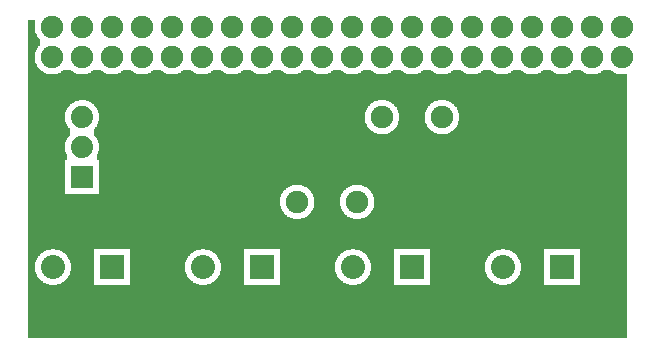
<source format=gtl>
G04 MADE WITH FRITZING*
G04 WWW.FRITZING.ORG*
G04 DOUBLE SIDED*
G04 HOLES PLATED*
G04 CONTOUR ON CENTER OF CONTOUR VECTOR*
%ASAXBY*%
%FSLAX23Y23*%
%MOIN*%
%OFA0B0*%
%SFA1.0B1.0*%
%ADD10C,0.075000*%
%ADD11C,0.075361*%
%ADD12C,0.080000*%
%ADD13C,0.074000*%
%ADD14R,0.080000X0.080000*%
%ADD15R,0.001000X0.001000*%
%LNCOPPER1*%
G90*
G70*
G54D10*
X1525Y851D03*
G54D11*
X121Y979D03*
X221Y979D03*
X321Y979D03*
X421Y979D03*
X521Y979D03*
X621Y979D03*
X721Y979D03*
X821Y979D03*
X921Y979D03*
X1021Y979D03*
X1121Y979D03*
X1221Y979D03*
X1321Y979D03*
X1421Y979D03*
X1521Y979D03*
X1621Y979D03*
X1721Y979D03*
X1821Y979D03*
X1921Y979D03*
X2021Y979D03*
X2021Y1079D03*
X1921Y1079D03*
X1821Y1079D03*
X1721Y1079D03*
X1621Y1079D03*
X1521Y1079D03*
X1421Y1079D03*
X1321Y1079D03*
X1221Y1079D03*
X1121Y1079D03*
X1021Y1079D03*
X921Y1079D03*
X821Y1079D03*
X721Y1079D03*
X621Y1079D03*
X521Y1079D03*
X421Y1079D03*
X321Y1079D03*
X221Y1079D03*
X121Y1079D03*
G54D12*
X1821Y279D03*
X1624Y279D03*
X1321Y279D03*
X1124Y279D03*
X821Y279D03*
X624Y279D03*
X321Y279D03*
X124Y279D03*
G54D10*
X1221Y779D03*
X938Y496D03*
X1421Y779D03*
X1138Y496D03*
G54D13*
X221Y579D03*
X221Y679D03*
X221Y779D03*
X221Y579D03*
X221Y679D03*
X221Y779D03*
G54D14*
X1821Y279D03*
X1321Y279D03*
X821Y279D03*
X321Y279D03*
G36*
X40Y1101D02*
X40Y921D01*
X110Y921D01*
X110Y923D01*
X102Y923D01*
X102Y925D01*
X98Y925D01*
X98Y927D01*
X94Y927D01*
X94Y929D01*
X90Y929D01*
X90Y931D01*
X88Y931D01*
X88Y933D01*
X86Y933D01*
X86Y935D01*
X82Y935D01*
X82Y937D01*
X80Y937D01*
X80Y939D01*
X78Y939D01*
X78Y943D01*
X76Y943D01*
X76Y945D01*
X74Y945D01*
X74Y947D01*
X72Y947D01*
X72Y951D01*
X70Y951D01*
X70Y955D01*
X68Y955D01*
X68Y959D01*
X66Y959D01*
X66Y967D01*
X64Y967D01*
X64Y991D01*
X66Y991D01*
X66Y997D01*
X68Y997D01*
X68Y1003D01*
X70Y1003D01*
X70Y1007D01*
X72Y1007D01*
X72Y1009D01*
X74Y1009D01*
X74Y1013D01*
X76Y1013D01*
X76Y1015D01*
X78Y1015D01*
X78Y1017D01*
X80Y1017D01*
X80Y1039D01*
X78Y1039D01*
X78Y1043D01*
X76Y1043D01*
X76Y1045D01*
X74Y1045D01*
X74Y1047D01*
X72Y1047D01*
X72Y1051D01*
X70Y1051D01*
X70Y1055D01*
X68Y1055D01*
X68Y1059D01*
X66Y1059D01*
X66Y1067D01*
X64Y1067D01*
X64Y1101D01*
X40Y1101D01*
G37*
D02*
G36*
X160Y937D02*
X160Y935D01*
X158Y935D01*
X158Y933D01*
X156Y933D01*
X156Y931D01*
X152Y931D01*
X152Y929D01*
X150Y929D01*
X150Y927D01*
X146Y927D01*
X146Y925D01*
X140Y925D01*
X140Y923D01*
X132Y923D01*
X132Y921D01*
X210Y921D01*
X210Y923D01*
X202Y923D01*
X202Y925D01*
X198Y925D01*
X198Y927D01*
X194Y927D01*
X194Y929D01*
X190Y929D01*
X190Y931D01*
X188Y931D01*
X188Y933D01*
X186Y933D01*
X186Y935D01*
X182Y935D01*
X182Y937D01*
X160Y937D01*
G37*
D02*
G36*
X260Y937D02*
X260Y935D01*
X258Y935D01*
X258Y933D01*
X256Y933D01*
X256Y931D01*
X252Y931D01*
X252Y929D01*
X250Y929D01*
X250Y927D01*
X246Y927D01*
X246Y925D01*
X240Y925D01*
X240Y923D01*
X232Y923D01*
X232Y921D01*
X310Y921D01*
X310Y923D01*
X302Y923D01*
X302Y925D01*
X298Y925D01*
X298Y927D01*
X294Y927D01*
X294Y929D01*
X290Y929D01*
X290Y931D01*
X288Y931D01*
X288Y933D01*
X286Y933D01*
X286Y935D01*
X282Y935D01*
X282Y937D01*
X260Y937D01*
G37*
D02*
G36*
X360Y937D02*
X360Y935D01*
X358Y935D01*
X358Y933D01*
X356Y933D01*
X356Y931D01*
X352Y931D01*
X352Y929D01*
X350Y929D01*
X350Y927D01*
X346Y927D01*
X346Y925D01*
X340Y925D01*
X340Y923D01*
X332Y923D01*
X332Y921D01*
X410Y921D01*
X410Y923D01*
X402Y923D01*
X402Y925D01*
X398Y925D01*
X398Y927D01*
X394Y927D01*
X394Y929D01*
X390Y929D01*
X390Y931D01*
X388Y931D01*
X388Y933D01*
X386Y933D01*
X386Y935D01*
X382Y935D01*
X382Y937D01*
X360Y937D01*
G37*
D02*
G36*
X460Y937D02*
X460Y935D01*
X458Y935D01*
X458Y933D01*
X456Y933D01*
X456Y931D01*
X452Y931D01*
X452Y929D01*
X450Y929D01*
X450Y927D01*
X446Y927D01*
X446Y925D01*
X440Y925D01*
X440Y923D01*
X432Y923D01*
X432Y921D01*
X510Y921D01*
X510Y923D01*
X502Y923D01*
X502Y925D01*
X498Y925D01*
X498Y927D01*
X494Y927D01*
X494Y929D01*
X490Y929D01*
X490Y931D01*
X488Y931D01*
X488Y933D01*
X486Y933D01*
X486Y935D01*
X482Y935D01*
X482Y937D01*
X460Y937D01*
G37*
D02*
G36*
X560Y937D02*
X560Y935D01*
X558Y935D01*
X558Y933D01*
X556Y933D01*
X556Y931D01*
X552Y931D01*
X552Y929D01*
X550Y929D01*
X550Y927D01*
X546Y927D01*
X546Y925D01*
X540Y925D01*
X540Y923D01*
X532Y923D01*
X532Y921D01*
X610Y921D01*
X610Y923D01*
X602Y923D01*
X602Y925D01*
X598Y925D01*
X598Y927D01*
X594Y927D01*
X594Y929D01*
X590Y929D01*
X590Y931D01*
X588Y931D01*
X588Y933D01*
X586Y933D01*
X586Y935D01*
X582Y935D01*
X582Y937D01*
X560Y937D01*
G37*
D02*
G36*
X660Y937D02*
X660Y935D01*
X658Y935D01*
X658Y933D01*
X656Y933D01*
X656Y931D01*
X652Y931D01*
X652Y929D01*
X650Y929D01*
X650Y927D01*
X646Y927D01*
X646Y925D01*
X640Y925D01*
X640Y923D01*
X632Y923D01*
X632Y921D01*
X710Y921D01*
X710Y923D01*
X702Y923D01*
X702Y925D01*
X698Y925D01*
X698Y927D01*
X694Y927D01*
X694Y929D01*
X690Y929D01*
X690Y931D01*
X688Y931D01*
X688Y933D01*
X686Y933D01*
X686Y935D01*
X682Y935D01*
X682Y937D01*
X660Y937D01*
G37*
D02*
G36*
X760Y937D02*
X760Y935D01*
X758Y935D01*
X758Y933D01*
X756Y933D01*
X756Y931D01*
X752Y931D01*
X752Y929D01*
X750Y929D01*
X750Y927D01*
X746Y927D01*
X746Y925D01*
X740Y925D01*
X740Y923D01*
X732Y923D01*
X732Y921D01*
X810Y921D01*
X810Y923D01*
X802Y923D01*
X802Y925D01*
X798Y925D01*
X798Y927D01*
X794Y927D01*
X794Y929D01*
X790Y929D01*
X790Y931D01*
X788Y931D01*
X788Y933D01*
X786Y933D01*
X786Y935D01*
X782Y935D01*
X782Y937D01*
X760Y937D01*
G37*
D02*
G36*
X860Y937D02*
X860Y935D01*
X858Y935D01*
X858Y933D01*
X856Y933D01*
X856Y931D01*
X852Y931D01*
X852Y929D01*
X850Y929D01*
X850Y927D01*
X846Y927D01*
X846Y925D01*
X840Y925D01*
X840Y923D01*
X832Y923D01*
X832Y921D01*
X910Y921D01*
X910Y923D01*
X902Y923D01*
X902Y925D01*
X898Y925D01*
X898Y927D01*
X894Y927D01*
X894Y929D01*
X890Y929D01*
X890Y931D01*
X888Y931D01*
X888Y933D01*
X886Y933D01*
X886Y935D01*
X882Y935D01*
X882Y937D01*
X860Y937D01*
G37*
D02*
G36*
X960Y937D02*
X960Y935D01*
X958Y935D01*
X958Y933D01*
X956Y933D01*
X956Y931D01*
X952Y931D01*
X952Y929D01*
X950Y929D01*
X950Y927D01*
X946Y927D01*
X946Y925D01*
X940Y925D01*
X940Y923D01*
X932Y923D01*
X932Y921D01*
X1010Y921D01*
X1010Y923D01*
X1002Y923D01*
X1002Y925D01*
X998Y925D01*
X998Y927D01*
X994Y927D01*
X994Y929D01*
X990Y929D01*
X990Y931D01*
X988Y931D01*
X988Y933D01*
X986Y933D01*
X986Y935D01*
X982Y935D01*
X982Y937D01*
X960Y937D01*
G37*
D02*
G36*
X1060Y937D02*
X1060Y935D01*
X1058Y935D01*
X1058Y933D01*
X1056Y933D01*
X1056Y931D01*
X1052Y931D01*
X1052Y929D01*
X1050Y929D01*
X1050Y927D01*
X1046Y927D01*
X1046Y925D01*
X1040Y925D01*
X1040Y923D01*
X1032Y923D01*
X1032Y921D01*
X1110Y921D01*
X1110Y923D01*
X1102Y923D01*
X1102Y925D01*
X1098Y925D01*
X1098Y927D01*
X1094Y927D01*
X1094Y929D01*
X1090Y929D01*
X1090Y931D01*
X1088Y931D01*
X1088Y933D01*
X1086Y933D01*
X1086Y935D01*
X1082Y935D01*
X1082Y937D01*
X1060Y937D01*
G37*
D02*
G36*
X1160Y937D02*
X1160Y935D01*
X1158Y935D01*
X1158Y933D01*
X1156Y933D01*
X1156Y931D01*
X1152Y931D01*
X1152Y929D01*
X1150Y929D01*
X1150Y927D01*
X1146Y927D01*
X1146Y925D01*
X1140Y925D01*
X1140Y923D01*
X1132Y923D01*
X1132Y921D01*
X1210Y921D01*
X1210Y923D01*
X1202Y923D01*
X1202Y925D01*
X1198Y925D01*
X1198Y927D01*
X1194Y927D01*
X1194Y929D01*
X1190Y929D01*
X1190Y931D01*
X1188Y931D01*
X1188Y933D01*
X1186Y933D01*
X1186Y935D01*
X1182Y935D01*
X1182Y937D01*
X1160Y937D01*
G37*
D02*
G36*
X1260Y937D02*
X1260Y935D01*
X1258Y935D01*
X1258Y933D01*
X1256Y933D01*
X1256Y931D01*
X1252Y931D01*
X1252Y929D01*
X1250Y929D01*
X1250Y927D01*
X1246Y927D01*
X1246Y925D01*
X1240Y925D01*
X1240Y923D01*
X1232Y923D01*
X1232Y921D01*
X1310Y921D01*
X1310Y923D01*
X1302Y923D01*
X1302Y925D01*
X1298Y925D01*
X1298Y927D01*
X1294Y927D01*
X1294Y929D01*
X1290Y929D01*
X1290Y931D01*
X1288Y931D01*
X1288Y933D01*
X1286Y933D01*
X1286Y935D01*
X1282Y935D01*
X1282Y937D01*
X1260Y937D01*
G37*
D02*
G36*
X1360Y937D02*
X1360Y935D01*
X1358Y935D01*
X1358Y933D01*
X1356Y933D01*
X1356Y931D01*
X1352Y931D01*
X1352Y929D01*
X1350Y929D01*
X1350Y927D01*
X1346Y927D01*
X1346Y925D01*
X1340Y925D01*
X1340Y923D01*
X1332Y923D01*
X1332Y921D01*
X1410Y921D01*
X1410Y923D01*
X1402Y923D01*
X1402Y925D01*
X1398Y925D01*
X1398Y927D01*
X1394Y927D01*
X1394Y929D01*
X1390Y929D01*
X1390Y931D01*
X1388Y931D01*
X1388Y933D01*
X1386Y933D01*
X1386Y935D01*
X1382Y935D01*
X1382Y937D01*
X1360Y937D01*
G37*
D02*
G36*
X1460Y937D02*
X1460Y935D01*
X1458Y935D01*
X1458Y933D01*
X1456Y933D01*
X1456Y931D01*
X1452Y931D01*
X1452Y929D01*
X1450Y929D01*
X1450Y927D01*
X1446Y927D01*
X1446Y925D01*
X1440Y925D01*
X1440Y923D01*
X1432Y923D01*
X1432Y921D01*
X1510Y921D01*
X1510Y923D01*
X1502Y923D01*
X1502Y925D01*
X1498Y925D01*
X1498Y927D01*
X1494Y927D01*
X1494Y929D01*
X1490Y929D01*
X1490Y931D01*
X1488Y931D01*
X1488Y933D01*
X1486Y933D01*
X1486Y935D01*
X1482Y935D01*
X1482Y937D01*
X1460Y937D01*
G37*
D02*
G36*
X1560Y937D02*
X1560Y935D01*
X1558Y935D01*
X1558Y933D01*
X1556Y933D01*
X1556Y931D01*
X1552Y931D01*
X1552Y929D01*
X1550Y929D01*
X1550Y927D01*
X1546Y927D01*
X1546Y925D01*
X1540Y925D01*
X1540Y923D01*
X1532Y923D01*
X1532Y921D01*
X1610Y921D01*
X1610Y923D01*
X1602Y923D01*
X1602Y925D01*
X1598Y925D01*
X1598Y927D01*
X1594Y927D01*
X1594Y929D01*
X1590Y929D01*
X1590Y931D01*
X1588Y931D01*
X1588Y933D01*
X1586Y933D01*
X1586Y935D01*
X1582Y935D01*
X1582Y937D01*
X1560Y937D01*
G37*
D02*
G36*
X1660Y937D02*
X1660Y935D01*
X1658Y935D01*
X1658Y933D01*
X1656Y933D01*
X1656Y931D01*
X1652Y931D01*
X1652Y929D01*
X1650Y929D01*
X1650Y927D01*
X1646Y927D01*
X1646Y925D01*
X1640Y925D01*
X1640Y923D01*
X1632Y923D01*
X1632Y921D01*
X1710Y921D01*
X1710Y923D01*
X1702Y923D01*
X1702Y925D01*
X1698Y925D01*
X1698Y927D01*
X1694Y927D01*
X1694Y929D01*
X1690Y929D01*
X1690Y931D01*
X1688Y931D01*
X1688Y933D01*
X1686Y933D01*
X1686Y935D01*
X1682Y935D01*
X1682Y937D01*
X1660Y937D01*
G37*
D02*
G36*
X1760Y937D02*
X1760Y935D01*
X1758Y935D01*
X1758Y933D01*
X1756Y933D01*
X1756Y931D01*
X1752Y931D01*
X1752Y929D01*
X1750Y929D01*
X1750Y927D01*
X1746Y927D01*
X1746Y925D01*
X1740Y925D01*
X1740Y923D01*
X1732Y923D01*
X1732Y921D01*
X1810Y921D01*
X1810Y923D01*
X1802Y923D01*
X1802Y925D01*
X1798Y925D01*
X1798Y927D01*
X1794Y927D01*
X1794Y929D01*
X1790Y929D01*
X1790Y931D01*
X1788Y931D01*
X1788Y933D01*
X1786Y933D01*
X1786Y935D01*
X1782Y935D01*
X1782Y937D01*
X1760Y937D01*
G37*
D02*
G36*
X1860Y937D02*
X1860Y935D01*
X1858Y935D01*
X1858Y933D01*
X1856Y933D01*
X1856Y931D01*
X1852Y931D01*
X1852Y929D01*
X1850Y929D01*
X1850Y927D01*
X1846Y927D01*
X1846Y925D01*
X1840Y925D01*
X1840Y923D01*
X1832Y923D01*
X1832Y921D01*
X1910Y921D01*
X1910Y923D01*
X1902Y923D01*
X1902Y925D01*
X1898Y925D01*
X1898Y927D01*
X1894Y927D01*
X1894Y929D01*
X1890Y929D01*
X1890Y931D01*
X1888Y931D01*
X1888Y933D01*
X1886Y933D01*
X1886Y935D01*
X1882Y935D01*
X1882Y937D01*
X1860Y937D01*
G37*
D02*
G36*
X1960Y937D02*
X1960Y935D01*
X1958Y935D01*
X1958Y933D01*
X1956Y933D01*
X1956Y931D01*
X1952Y931D01*
X1952Y929D01*
X1950Y929D01*
X1950Y927D01*
X1946Y927D01*
X1946Y925D01*
X1940Y925D01*
X1940Y923D01*
X1932Y923D01*
X1932Y921D01*
X2010Y921D01*
X2010Y923D01*
X2002Y923D01*
X2002Y925D01*
X1998Y925D01*
X1998Y927D01*
X1994Y927D01*
X1994Y929D01*
X1990Y929D01*
X1990Y931D01*
X1988Y931D01*
X1988Y933D01*
X1986Y933D01*
X1986Y935D01*
X1982Y935D01*
X1982Y937D01*
X1960Y937D01*
G37*
D02*
G36*
X40Y921D02*
X40Y919D01*
X2038Y919D01*
X2038Y921D01*
X40Y921D01*
G37*
D02*
G36*
X40Y921D02*
X40Y919D01*
X2038Y919D01*
X2038Y921D01*
X40Y921D01*
G37*
D02*
G36*
X40Y921D02*
X40Y919D01*
X2038Y919D01*
X2038Y921D01*
X40Y921D01*
G37*
D02*
G36*
X40Y921D02*
X40Y919D01*
X2038Y919D01*
X2038Y921D01*
X40Y921D01*
G37*
D02*
G36*
X40Y921D02*
X40Y919D01*
X2038Y919D01*
X2038Y921D01*
X40Y921D01*
G37*
D02*
G36*
X40Y921D02*
X40Y919D01*
X2038Y919D01*
X2038Y921D01*
X40Y921D01*
G37*
D02*
G36*
X40Y921D02*
X40Y919D01*
X2038Y919D01*
X2038Y921D01*
X40Y921D01*
G37*
D02*
G36*
X40Y921D02*
X40Y919D01*
X2038Y919D01*
X2038Y921D01*
X40Y921D01*
G37*
D02*
G36*
X40Y921D02*
X40Y919D01*
X2038Y919D01*
X2038Y921D01*
X40Y921D01*
G37*
D02*
G36*
X40Y921D02*
X40Y919D01*
X2038Y919D01*
X2038Y921D01*
X40Y921D01*
G37*
D02*
G36*
X40Y921D02*
X40Y919D01*
X2038Y919D01*
X2038Y921D01*
X40Y921D01*
G37*
D02*
G36*
X40Y921D02*
X40Y919D01*
X2038Y919D01*
X2038Y921D01*
X40Y921D01*
G37*
D02*
G36*
X40Y921D02*
X40Y919D01*
X2038Y919D01*
X2038Y921D01*
X40Y921D01*
G37*
D02*
G36*
X40Y921D02*
X40Y919D01*
X2038Y919D01*
X2038Y921D01*
X40Y921D01*
G37*
D02*
G36*
X40Y921D02*
X40Y919D01*
X2038Y919D01*
X2038Y921D01*
X40Y921D01*
G37*
D02*
G36*
X40Y921D02*
X40Y919D01*
X2038Y919D01*
X2038Y921D01*
X40Y921D01*
G37*
D02*
G36*
X40Y921D02*
X40Y919D01*
X2038Y919D01*
X2038Y921D01*
X40Y921D01*
G37*
D02*
G36*
X40Y921D02*
X40Y919D01*
X2038Y919D01*
X2038Y921D01*
X40Y921D01*
G37*
D02*
G36*
X40Y921D02*
X40Y919D01*
X2038Y919D01*
X2038Y921D01*
X40Y921D01*
G37*
D02*
G36*
X40Y921D02*
X40Y919D01*
X2038Y919D01*
X2038Y921D01*
X40Y921D01*
G37*
D02*
G36*
X40Y919D02*
X40Y835D01*
X1436Y835D01*
X1436Y833D01*
X1442Y833D01*
X1442Y831D01*
X1446Y831D01*
X1446Y829D01*
X1450Y829D01*
X1450Y827D01*
X1454Y827D01*
X1454Y825D01*
X1456Y825D01*
X1456Y823D01*
X1458Y823D01*
X1458Y821D01*
X1462Y821D01*
X1462Y817D01*
X1464Y817D01*
X1464Y815D01*
X1466Y815D01*
X1466Y813D01*
X1468Y813D01*
X1468Y811D01*
X1470Y811D01*
X1470Y807D01*
X1472Y807D01*
X1472Y803D01*
X1474Y803D01*
X1474Y799D01*
X1476Y799D01*
X1476Y793D01*
X1478Y793D01*
X1478Y765D01*
X1476Y765D01*
X1476Y757D01*
X1474Y757D01*
X1474Y753D01*
X1472Y753D01*
X1472Y749D01*
X1470Y749D01*
X1470Y747D01*
X1468Y747D01*
X1468Y743D01*
X1466Y743D01*
X1466Y741D01*
X1464Y741D01*
X1464Y739D01*
X1462Y739D01*
X1462Y737D01*
X1460Y737D01*
X1460Y735D01*
X1458Y735D01*
X1458Y733D01*
X1454Y733D01*
X1454Y731D01*
X1452Y731D01*
X1452Y729D01*
X1448Y729D01*
X1448Y727D01*
X1444Y727D01*
X1444Y725D01*
X1440Y725D01*
X1440Y723D01*
X1430Y723D01*
X1430Y721D01*
X2038Y721D01*
X2038Y919D01*
X40Y919D01*
G37*
D02*
G36*
X40Y835D02*
X40Y521D01*
X164Y521D01*
X164Y635D01*
X170Y635D01*
X170Y655D01*
X168Y655D01*
X168Y661D01*
X166Y661D01*
X166Y671D01*
X164Y671D01*
X164Y685D01*
X166Y685D01*
X166Y695D01*
X168Y695D01*
X168Y701D01*
X170Y701D01*
X170Y705D01*
X172Y705D01*
X172Y709D01*
X174Y709D01*
X174Y711D01*
X176Y711D01*
X176Y713D01*
X178Y713D01*
X178Y717D01*
X180Y717D01*
X180Y719D01*
X182Y719D01*
X182Y739D01*
X180Y739D01*
X180Y741D01*
X178Y741D01*
X178Y743D01*
X176Y743D01*
X176Y745D01*
X174Y745D01*
X174Y749D01*
X172Y749D01*
X172Y751D01*
X170Y751D01*
X170Y755D01*
X168Y755D01*
X168Y761D01*
X166Y761D01*
X166Y771D01*
X164Y771D01*
X164Y785D01*
X166Y785D01*
X166Y795D01*
X168Y795D01*
X168Y801D01*
X170Y801D01*
X170Y805D01*
X172Y805D01*
X172Y809D01*
X174Y809D01*
X174Y811D01*
X176Y811D01*
X176Y813D01*
X178Y813D01*
X178Y817D01*
X180Y817D01*
X180Y819D01*
X182Y819D01*
X182Y821D01*
X186Y821D01*
X186Y823D01*
X188Y823D01*
X188Y825D01*
X190Y825D01*
X190Y827D01*
X194Y827D01*
X194Y829D01*
X198Y829D01*
X198Y831D01*
X202Y831D01*
X202Y833D01*
X210Y833D01*
X210Y835D01*
X40Y835D01*
G37*
D02*
G36*
X234Y835D02*
X234Y833D01*
X240Y833D01*
X240Y831D01*
X246Y831D01*
X246Y829D01*
X250Y829D01*
X250Y827D01*
X252Y827D01*
X252Y825D01*
X256Y825D01*
X256Y823D01*
X258Y823D01*
X258Y821D01*
X260Y821D01*
X260Y819D01*
X262Y819D01*
X262Y817D01*
X264Y817D01*
X264Y815D01*
X266Y815D01*
X266Y813D01*
X268Y813D01*
X268Y809D01*
X270Y809D01*
X270Y807D01*
X272Y807D01*
X272Y803D01*
X274Y803D01*
X274Y797D01*
X276Y797D01*
X276Y791D01*
X278Y791D01*
X278Y767D01*
X276Y767D01*
X276Y759D01*
X274Y759D01*
X274Y755D01*
X272Y755D01*
X272Y751D01*
X270Y751D01*
X270Y747D01*
X268Y747D01*
X268Y745D01*
X266Y745D01*
X266Y743D01*
X264Y743D01*
X264Y739D01*
X262Y739D01*
X262Y721D01*
X1212Y721D01*
X1212Y723D01*
X1204Y723D01*
X1204Y725D01*
X1198Y725D01*
X1198Y727D01*
X1194Y727D01*
X1194Y729D01*
X1190Y729D01*
X1190Y731D01*
X1188Y731D01*
X1188Y733D01*
X1186Y733D01*
X1186Y735D01*
X1182Y735D01*
X1182Y737D01*
X1180Y737D01*
X1180Y739D01*
X1178Y739D01*
X1178Y743D01*
X1176Y743D01*
X1176Y745D01*
X1174Y745D01*
X1174Y747D01*
X1172Y747D01*
X1172Y751D01*
X1170Y751D01*
X1170Y755D01*
X1168Y755D01*
X1168Y759D01*
X1166Y759D01*
X1166Y767D01*
X1164Y767D01*
X1164Y789D01*
X1166Y789D01*
X1166Y797D01*
X1168Y797D01*
X1168Y803D01*
X1170Y803D01*
X1170Y805D01*
X1172Y805D01*
X1172Y809D01*
X1174Y809D01*
X1174Y813D01*
X1176Y813D01*
X1176Y815D01*
X1178Y815D01*
X1178Y817D01*
X1180Y817D01*
X1180Y819D01*
X1182Y819D01*
X1182Y821D01*
X1184Y821D01*
X1184Y823D01*
X1186Y823D01*
X1186Y825D01*
X1190Y825D01*
X1190Y827D01*
X1192Y827D01*
X1192Y829D01*
X1196Y829D01*
X1196Y831D01*
X1200Y831D01*
X1200Y833D01*
X1208Y833D01*
X1208Y835D01*
X234Y835D01*
G37*
D02*
G36*
X1236Y835D02*
X1236Y833D01*
X1242Y833D01*
X1242Y831D01*
X1246Y831D01*
X1246Y829D01*
X1250Y829D01*
X1250Y827D01*
X1254Y827D01*
X1254Y825D01*
X1256Y825D01*
X1256Y823D01*
X1258Y823D01*
X1258Y821D01*
X1262Y821D01*
X1262Y817D01*
X1264Y817D01*
X1264Y815D01*
X1266Y815D01*
X1266Y813D01*
X1268Y813D01*
X1268Y811D01*
X1270Y811D01*
X1270Y807D01*
X1272Y807D01*
X1272Y803D01*
X1274Y803D01*
X1274Y799D01*
X1276Y799D01*
X1276Y793D01*
X1278Y793D01*
X1278Y765D01*
X1276Y765D01*
X1276Y757D01*
X1274Y757D01*
X1274Y753D01*
X1272Y753D01*
X1272Y749D01*
X1270Y749D01*
X1270Y747D01*
X1268Y747D01*
X1268Y743D01*
X1266Y743D01*
X1266Y741D01*
X1264Y741D01*
X1264Y739D01*
X1262Y739D01*
X1262Y737D01*
X1260Y737D01*
X1260Y735D01*
X1258Y735D01*
X1258Y733D01*
X1254Y733D01*
X1254Y731D01*
X1252Y731D01*
X1252Y729D01*
X1248Y729D01*
X1248Y727D01*
X1244Y727D01*
X1244Y725D01*
X1240Y725D01*
X1240Y723D01*
X1230Y723D01*
X1230Y721D01*
X1412Y721D01*
X1412Y723D01*
X1404Y723D01*
X1404Y725D01*
X1398Y725D01*
X1398Y727D01*
X1394Y727D01*
X1394Y729D01*
X1390Y729D01*
X1390Y731D01*
X1388Y731D01*
X1388Y733D01*
X1386Y733D01*
X1386Y735D01*
X1382Y735D01*
X1382Y737D01*
X1380Y737D01*
X1380Y739D01*
X1378Y739D01*
X1378Y743D01*
X1376Y743D01*
X1376Y745D01*
X1374Y745D01*
X1374Y747D01*
X1372Y747D01*
X1372Y751D01*
X1370Y751D01*
X1370Y755D01*
X1368Y755D01*
X1368Y759D01*
X1366Y759D01*
X1366Y767D01*
X1364Y767D01*
X1364Y789D01*
X1366Y789D01*
X1366Y797D01*
X1368Y797D01*
X1368Y803D01*
X1370Y803D01*
X1370Y805D01*
X1372Y805D01*
X1372Y809D01*
X1374Y809D01*
X1374Y813D01*
X1376Y813D01*
X1376Y815D01*
X1378Y815D01*
X1378Y817D01*
X1380Y817D01*
X1380Y819D01*
X1382Y819D01*
X1382Y821D01*
X1384Y821D01*
X1384Y823D01*
X1386Y823D01*
X1386Y825D01*
X1390Y825D01*
X1390Y827D01*
X1392Y827D01*
X1392Y829D01*
X1396Y829D01*
X1396Y831D01*
X1400Y831D01*
X1400Y833D01*
X1408Y833D01*
X1408Y835D01*
X1236Y835D01*
G37*
D02*
G36*
X262Y721D02*
X262Y719D01*
X2038Y719D01*
X2038Y721D01*
X262Y721D01*
G37*
D02*
G36*
X262Y721D02*
X262Y719D01*
X2038Y719D01*
X2038Y721D01*
X262Y721D01*
G37*
D02*
G36*
X262Y721D02*
X262Y719D01*
X2038Y719D01*
X2038Y721D01*
X262Y721D01*
G37*
D02*
G36*
X262Y719D02*
X262Y717D01*
X264Y717D01*
X264Y715D01*
X266Y715D01*
X266Y713D01*
X268Y713D01*
X268Y709D01*
X270Y709D01*
X270Y707D01*
X272Y707D01*
X272Y703D01*
X274Y703D01*
X274Y697D01*
X276Y697D01*
X276Y691D01*
X278Y691D01*
X278Y667D01*
X276Y667D01*
X276Y659D01*
X274Y659D01*
X274Y655D01*
X272Y655D01*
X272Y635D01*
X278Y635D01*
X278Y553D01*
X1148Y553D01*
X1148Y551D01*
X1156Y551D01*
X1156Y549D01*
X1162Y549D01*
X1162Y547D01*
X1166Y547D01*
X1166Y545D01*
X1170Y545D01*
X1170Y543D01*
X1172Y543D01*
X1172Y541D01*
X1174Y541D01*
X1174Y539D01*
X1178Y539D01*
X1178Y537D01*
X1180Y537D01*
X1180Y535D01*
X1182Y535D01*
X1182Y531D01*
X1184Y531D01*
X1184Y529D01*
X1186Y529D01*
X1186Y527D01*
X1188Y527D01*
X1188Y523D01*
X1190Y523D01*
X1190Y519D01*
X1192Y519D01*
X1192Y513D01*
X1194Y513D01*
X1194Y505D01*
X1196Y505D01*
X1196Y487D01*
X1194Y487D01*
X1194Y477D01*
X1192Y477D01*
X1192Y473D01*
X1190Y473D01*
X1190Y469D01*
X1188Y469D01*
X1188Y465D01*
X1186Y465D01*
X1186Y463D01*
X1184Y463D01*
X1184Y459D01*
X1182Y459D01*
X1182Y457D01*
X1180Y457D01*
X1180Y455D01*
X1178Y455D01*
X1178Y453D01*
X1176Y453D01*
X1176Y451D01*
X1174Y451D01*
X1174Y449D01*
X1170Y449D01*
X1170Y447D01*
X1168Y447D01*
X1168Y445D01*
X1164Y445D01*
X1164Y443D01*
X1160Y443D01*
X1160Y441D01*
X1152Y441D01*
X1152Y439D01*
X2038Y439D01*
X2038Y719D01*
X262Y719D01*
G37*
D02*
G36*
X278Y553D02*
X278Y521D01*
X888Y521D01*
X888Y525D01*
X890Y525D01*
X890Y527D01*
X892Y527D01*
X892Y531D01*
X894Y531D01*
X894Y533D01*
X896Y533D01*
X896Y535D01*
X898Y535D01*
X898Y537D01*
X900Y537D01*
X900Y539D01*
X902Y539D01*
X902Y541D01*
X904Y541D01*
X904Y543D01*
X908Y543D01*
X908Y545D01*
X912Y545D01*
X912Y547D01*
X914Y547D01*
X914Y549D01*
X920Y549D01*
X920Y551D01*
X928Y551D01*
X928Y553D01*
X278Y553D01*
G37*
D02*
G36*
X948Y553D02*
X948Y551D01*
X956Y551D01*
X956Y549D01*
X962Y549D01*
X962Y547D01*
X966Y547D01*
X966Y545D01*
X970Y545D01*
X970Y543D01*
X972Y543D01*
X972Y541D01*
X974Y541D01*
X974Y539D01*
X978Y539D01*
X978Y537D01*
X980Y537D01*
X980Y535D01*
X982Y535D01*
X982Y531D01*
X984Y531D01*
X984Y529D01*
X986Y529D01*
X986Y527D01*
X988Y527D01*
X988Y523D01*
X990Y523D01*
X990Y519D01*
X992Y519D01*
X992Y513D01*
X994Y513D01*
X994Y505D01*
X996Y505D01*
X996Y487D01*
X994Y487D01*
X994Y477D01*
X992Y477D01*
X992Y473D01*
X990Y473D01*
X990Y469D01*
X988Y469D01*
X988Y465D01*
X986Y465D01*
X986Y463D01*
X984Y463D01*
X984Y459D01*
X982Y459D01*
X982Y457D01*
X980Y457D01*
X980Y455D01*
X978Y455D01*
X978Y453D01*
X976Y453D01*
X976Y451D01*
X974Y451D01*
X974Y449D01*
X970Y449D01*
X970Y447D01*
X968Y447D01*
X968Y445D01*
X964Y445D01*
X964Y443D01*
X960Y443D01*
X960Y441D01*
X952Y441D01*
X952Y439D01*
X1124Y439D01*
X1124Y441D01*
X1118Y441D01*
X1118Y443D01*
X1114Y443D01*
X1114Y445D01*
X1110Y445D01*
X1110Y447D01*
X1106Y447D01*
X1106Y449D01*
X1104Y449D01*
X1104Y451D01*
X1102Y451D01*
X1102Y453D01*
X1098Y453D01*
X1098Y455D01*
X1096Y455D01*
X1096Y459D01*
X1094Y459D01*
X1094Y461D01*
X1092Y461D01*
X1092Y463D01*
X1090Y463D01*
X1090Y467D01*
X1088Y467D01*
X1088Y471D01*
X1086Y471D01*
X1086Y475D01*
X1084Y475D01*
X1084Y481D01*
X1082Y481D01*
X1082Y511D01*
X1084Y511D01*
X1084Y517D01*
X1086Y517D01*
X1086Y521D01*
X1088Y521D01*
X1088Y525D01*
X1090Y525D01*
X1090Y527D01*
X1092Y527D01*
X1092Y531D01*
X1094Y531D01*
X1094Y533D01*
X1096Y533D01*
X1096Y535D01*
X1098Y535D01*
X1098Y537D01*
X1100Y537D01*
X1100Y539D01*
X1102Y539D01*
X1102Y541D01*
X1104Y541D01*
X1104Y543D01*
X1108Y543D01*
X1108Y545D01*
X1112Y545D01*
X1112Y547D01*
X1114Y547D01*
X1114Y549D01*
X1120Y549D01*
X1120Y551D01*
X1128Y551D01*
X1128Y553D01*
X948Y553D01*
G37*
D02*
G36*
X40Y521D02*
X40Y519D01*
X886Y519D01*
X886Y521D01*
X40Y521D01*
G37*
D02*
G36*
X40Y521D02*
X40Y519D01*
X886Y519D01*
X886Y521D01*
X40Y521D01*
G37*
D02*
G36*
X40Y519D02*
X40Y439D01*
X924Y439D01*
X924Y441D01*
X918Y441D01*
X918Y443D01*
X914Y443D01*
X914Y445D01*
X910Y445D01*
X910Y447D01*
X906Y447D01*
X906Y449D01*
X904Y449D01*
X904Y451D01*
X902Y451D01*
X902Y453D01*
X898Y453D01*
X898Y455D01*
X896Y455D01*
X896Y459D01*
X894Y459D01*
X894Y461D01*
X892Y461D01*
X892Y463D01*
X890Y463D01*
X890Y467D01*
X888Y467D01*
X888Y471D01*
X886Y471D01*
X886Y475D01*
X884Y475D01*
X884Y481D01*
X882Y481D01*
X882Y511D01*
X884Y511D01*
X884Y517D01*
X886Y517D01*
X886Y519D01*
X40Y519D01*
G37*
D02*
G36*
X40Y439D02*
X40Y437D01*
X2038Y437D01*
X2038Y439D01*
X40Y439D01*
G37*
D02*
G36*
X40Y439D02*
X40Y437D01*
X2038Y437D01*
X2038Y439D01*
X40Y439D01*
G37*
D02*
G36*
X40Y439D02*
X40Y437D01*
X2038Y437D01*
X2038Y439D01*
X40Y439D01*
G37*
D02*
G36*
X40Y437D02*
X40Y339D01*
X1880Y339D01*
X1880Y337D01*
X1882Y337D01*
X1882Y219D01*
X2038Y219D01*
X2038Y437D01*
X40Y437D01*
G37*
D02*
G36*
X40Y339D02*
X40Y219D01*
X112Y219D01*
X112Y221D01*
X104Y221D01*
X104Y223D01*
X100Y223D01*
X100Y225D01*
X96Y225D01*
X96Y227D01*
X92Y227D01*
X92Y229D01*
X90Y229D01*
X90Y231D01*
X88Y231D01*
X88Y233D01*
X84Y233D01*
X84Y235D01*
X82Y235D01*
X82Y237D01*
X80Y237D01*
X80Y239D01*
X78Y239D01*
X78Y243D01*
X76Y243D01*
X76Y245D01*
X74Y245D01*
X74Y247D01*
X72Y247D01*
X72Y251D01*
X70Y251D01*
X70Y255D01*
X68Y255D01*
X68Y261D01*
X66Y261D01*
X66Y271D01*
X64Y271D01*
X64Y285D01*
X66Y285D01*
X66Y295D01*
X68Y295D01*
X68Y301D01*
X70Y301D01*
X70Y305D01*
X72Y305D01*
X72Y309D01*
X74Y309D01*
X74Y313D01*
X76Y313D01*
X76Y315D01*
X78Y315D01*
X78Y317D01*
X80Y317D01*
X80Y319D01*
X82Y319D01*
X82Y321D01*
X84Y321D01*
X84Y323D01*
X86Y323D01*
X86Y325D01*
X88Y325D01*
X88Y327D01*
X90Y327D01*
X90Y329D01*
X94Y329D01*
X94Y331D01*
X98Y331D01*
X98Y333D01*
X102Y333D01*
X102Y335D01*
X108Y335D01*
X108Y337D01*
X118Y337D01*
X118Y339D01*
X40Y339D01*
G37*
D02*
G36*
X130Y339D02*
X130Y337D01*
X140Y337D01*
X140Y335D01*
X148Y335D01*
X148Y333D01*
X152Y333D01*
X152Y331D01*
X154Y331D01*
X154Y329D01*
X158Y329D01*
X158Y327D01*
X160Y327D01*
X160Y325D01*
X164Y325D01*
X164Y323D01*
X166Y323D01*
X166Y321D01*
X168Y321D01*
X168Y319D01*
X170Y319D01*
X170Y315D01*
X172Y315D01*
X172Y313D01*
X174Y313D01*
X174Y311D01*
X176Y311D01*
X176Y307D01*
X178Y307D01*
X178Y303D01*
X180Y303D01*
X180Y299D01*
X182Y299D01*
X182Y291D01*
X184Y291D01*
X184Y265D01*
X182Y265D01*
X182Y259D01*
X180Y259D01*
X180Y253D01*
X178Y253D01*
X178Y249D01*
X176Y249D01*
X176Y247D01*
X174Y247D01*
X174Y243D01*
X172Y243D01*
X172Y241D01*
X170Y241D01*
X170Y239D01*
X168Y239D01*
X168Y237D01*
X166Y237D01*
X166Y235D01*
X164Y235D01*
X164Y233D01*
X162Y233D01*
X162Y231D01*
X160Y231D01*
X160Y229D01*
X156Y229D01*
X156Y227D01*
X154Y227D01*
X154Y225D01*
X150Y225D01*
X150Y223D01*
X144Y223D01*
X144Y221D01*
X138Y221D01*
X138Y219D01*
X262Y219D01*
X262Y339D01*
X130Y339D01*
G37*
D02*
G36*
X380Y339D02*
X380Y337D01*
X382Y337D01*
X382Y219D01*
X612Y219D01*
X612Y221D01*
X604Y221D01*
X604Y223D01*
X600Y223D01*
X600Y225D01*
X596Y225D01*
X596Y227D01*
X592Y227D01*
X592Y229D01*
X590Y229D01*
X590Y231D01*
X588Y231D01*
X588Y233D01*
X584Y233D01*
X584Y235D01*
X582Y235D01*
X582Y237D01*
X580Y237D01*
X580Y239D01*
X578Y239D01*
X578Y243D01*
X576Y243D01*
X576Y245D01*
X574Y245D01*
X574Y247D01*
X572Y247D01*
X572Y251D01*
X570Y251D01*
X570Y255D01*
X568Y255D01*
X568Y261D01*
X566Y261D01*
X566Y271D01*
X564Y271D01*
X564Y285D01*
X566Y285D01*
X566Y295D01*
X568Y295D01*
X568Y301D01*
X570Y301D01*
X570Y305D01*
X572Y305D01*
X572Y309D01*
X574Y309D01*
X574Y313D01*
X576Y313D01*
X576Y315D01*
X578Y315D01*
X578Y317D01*
X580Y317D01*
X580Y319D01*
X582Y319D01*
X582Y321D01*
X584Y321D01*
X584Y323D01*
X586Y323D01*
X586Y325D01*
X588Y325D01*
X588Y327D01*
X590Y327D01*
X590Y329D01*
X594Y329D01*
X594Y331D01*
X598Y331D01*
X598Y333D01*
X602Y333D01*
X602Y335D01*
X608Y335D01*
X608Y337D01*
X618Y337D01*
X618Y339D01*
X380Y339D01*
G37*
D02*
G36*
X630Y339D02*
X630Y337D01*
X640Y337D01*
X640Y335D01*
X648Y335D01*
X648Y333D01*
X652Y333D01*
X652Y331D01*
X654Y331D01*
X654Y329D01*
X658Y329D01*
X658Y327D01*
X660Y327D01*
X660Y325D01*
X664Y325D01*
X664Y323D01*
X666Y323D01*
X666Y321D01*
X668Y321D01*
X668Y319D01*
X670Y319D01*
X670Y315D01*
X672Y315D01*
X672Y313D01*
X674Y313D01*
X674Y311D01*
X676Y311D01*
X676Y307D01*
X678Y307D01*
X678Y303D01*
X680Y303D01*
X680Y299D01*
X682Y299D01*
X682Y291D01*
X684Y291D01*
X684Y265D01*
X682Y265D01*
X682Y259D01*
X680Y259D01*
X680Y253D01*
X678Y253D01*
X678Y249D01*
X676Y249D01*
X676Y247D01*
X674Y247D01*
X674Y243D01*
X672Y243D01*
X672Y241D01*
X670Y241D01*
X670Y239D01*
X668Y239D01*
X668Y237D01*
X666Y237D01*
X666Y235D01*
X664Y235D01*
X664Y233D01*
X662Y233D01*
X662Y231D01*
X660Y231D01*
X660Y229D01*
X656Y229D01*
X656Y227D01*
X654Y227D01*
X654Y225D01*
X650Y225D01*
X650Y223D01*
X644Y223D01*
X644Y221D01*
X638Y221D01*
X638Y219D01*
X762Y219D01*
X762Y339D01*
X630Y339D01*
G37*
D02*
G36*
X880Y339D02*
X880Y337D01*
X882Y337D01*
X882Y219D01*
X1112Y219D01*
X1112Y221D01*
X1104Y221D01*
X1104Y223D01*
X1100Y223D01*
X1100Y225D01*
X1096Y225D01*
X1096Y227D01*
X1092Y227D01*
X1092Y229D01*
X1090Y229D01*
X1090Y231D01*
X1088Y231D01*
X1088Y233D01*
X1084Y233D01*
X1084Y235D01*
X1082Y235D01*
X1082Y237D01*
X1080Y237D01*
X1080Y239D01*
X1078Y239D01*
X1078Y243D01*
X1076Y243D01*
X1076Y245D01*
X1074Y245D01*
X1074Y247D01*
X1072Y247D01*
X1072Y251D01*
X1070Y251D01*
X1070Y255D01*
X1068Y255D01*
X1068Y261D01*
X1066Y261D01*
X1066Y271D01*
X1064Y271D01*
X1064Y285D01*
X1066Y285D01*
X1066Y295D01*
X1068Y295D01*
X1068Y301D01*
X1070Y301D01*
X1070Y305D01*
X1072Y305D01*
X1072Y309D01*
X1074Y309D01*
X1074Y313D01*
X1076Y313D01*
X1076Y315D01*
X1078Y315D01*
X1078Y317D01*
X1080Y317D01*
X1080Y319D01*
X1082Y319D01*
X1082Y321D01*
X1084Y321D01*
X1084Y323D01*
X1086Y323D01*
X1086Y325D01*
X1088Y325D01*
X1088Y327D01*
X1090Y327D01*
X1090Y329D01*
X1094Y329D01*
X1094Y331D01*
X1098Y331D01*
X1098Y333D01*
X1102Y333D01*
X1102Y335D01*
X1108Y335D01*
X1108Y337D01*
X1118Y337D01*
X1118Y339D01*
X880Y339D01*
G37*
D02*
G36*
X1130Y339D02*
X1130Y337D01*
X1140Y337D01*
X1140Y335D01*
X1148Y335D01*
X1148Y333D01*
X1152Y333D01*
X1152Y331D01*
X1154Y331D01*
X1154Y329D01*
X1158Y329D01*
X1158Y327D01*
X1160Y327D01*
X1160Y325D01*
X1164Y325D01*
X1164Y323D01*
X1166Y323D01*
X1166Y321D01*
X1168Y321D01*
X1168Y319D01*
X1170Y319D01*
X1170Y315D01*
X1172Y315D01*
X1172Y313D01*
X1174Y313D01*
X1174Y311D01*
X1176Y311D01*
X1176Y307D01*
X1178Y307D01*
X1178Y303D01*
X1180Y303D01*
X1180Y299D01*
X1182Y299D01*
X1182Y291D01*
X1184Y291D01*
X1184Y265D01*
X1182Y265D01*
X1182Y259D01*
X1180Y259D01*
X1180Y253D01*
X1178Y253D01*
X1178Y249D01*
X1176Y249D01*
X1176Y247D01*
X1174Y247D01*
X1174Y243D01*
X1172Y243D01*
X1172Y241D01*
X1170Y241D01*
X1170Y239D01*
X1168Y239D01*
X1168Y237D01*
X1166Y237D01*
X1166Y235D01*
X1164Y235D01*
X1164Y233D01*
X1162Y233D01*
X1162Y231D01*
X1160Y231D01*
X1160Y229D01*
X1156Y229D01*
X1156Y227D01*
X1154Y227D01*
X1154Y225D01*
X1150Y225D01*
X1150Y223D01*
X1144Y223D01*
X1144Y221D01*
X1138Y221D01*
X1138Y219D01*
X1262Y219D01*
X1262Y339D01*
X1130Y339D01*
G37*
D02*
G36*
X1380Y339D02*
X1380Y337D01*
X1382Y337D01*
X1382Y219D01*
X1612Y219D01*
X1612Y221D01*
X1604Y221D01*
X1604Y223D01*
X1600Y223D01*
X1600Y225D01*
X1596Y225D01*
X1596Y227D01*
X1592Y227D01*
X1592Y229D01*
X1590Y229D01*
X1590Y231D01*
X1588Y231D01*
X1588Y233D01*
X1584Y233D01*
X1584Y235D01*
X1582Y235D01*
X1582Y237D01*
X1580Y237D01*
X1580Y239D01*
X1578Y239D01*
X1578Y243D01*
X1576Y243D01*
X1576Y245D01*
X1574Y245D01*
X1574Y247D01*
X1572Y247D01*
X1572Y251D01*
X1570Y251D01*
X1570Y255D01*
X1568Y255D01*
X1568Y261D01*
X1566Y261D01*
X1566Y271D01*
X1564Y271D01*
X1564Y285D01*
X1566Y285D01*
X1566Y295D01*
X1568Y295D01*
X1568Y301D01*
X1570Y301D01*
X1570Y305D01*
X1572Y305D01*
X1572Y309D01*
X1574Y309D01*
X1574Y313D01*
X1576Y313D01*
X1576Y315D01*
X1578Y315D01*
X1578Y317D01*
X1580Y317D01*
X1580Y319D01*
X1582Y319D01*
X1582Y321D01*
X1584Y321D01*
X1584Y323D01*
X1586Y323D01*
X1586Y325D01*
X1588Y325D01*
X1588Y327D01*
X1590Y327D01*
X1590Y329D01*
X1594Y329D01*
X1594Y331D01*
X1598Y331D01*
X1598Y333D01*
X1602Y333D01*
X1602Y335D01*
X1608Y335D01*
X1608Y337D01*
X1618Y337D01*
X1618Y339D01*
X1380Y339D01*
G37*
D02*
G36*
X1630Y339D02*
X1630Y337D01*
X1640Y337D01*
X1640Y335D01*
X1648Y335D01*
X1648Y333D01*
X1652Y333D01*
X1652Y331D01*
X1654Y331D01*
X1654Y329D01*
X1658Y329D01*
X1658Y327D01*
X1660Y327D01*
X1660Y325D01*
X1664Y325D01*
X1664Y323D01*
X1666Y323D01*
X1666Y321D01*
X1668Y321D01*
X1668Y319D01*
X1670Y319D01*
X1670Y315D01*
X1672Y315D01*
X1672Y313D01*
X1674Y313D01*
X1674Y311D01*
X1676Y311D01*
X1676Y307D01*
X1678Y307D01*
X1678Y303D01*
X1680Y303D01*
X1680Y299D01*
X1682Y299D01*
X1682Y291D01*
X1684Y291D01*
X1684Y265D01*
X1682Y265D01*
X1682Y259D01*
X1680Y259D01*
X1680Y253D01*
X1678Y253D01*
X1678Y249D01*
X1676Y249D01*
X1676Y247D01*
X1674Y247D01*
X1674Y243D01*
X1672Y243D01*
X1672Y241D01*
X1670Y241D01*
X1670Y239D01*
X1668Y239D01*
X1668Y237D01*
X1666Y237D01*
X1666Y235D01*
X1664Y235D01*
X1664Y233D01*
X1662Y233D01*
X1662Y231D01*
X1660Y231D01*
X1660Y229D01*
X1656Y229D01*
X1656Y227D01*
X1654Y227D01*
X1654Y225D01*
X1650Y225D01*
X1650Y223D01*
X1644Y223D01*
X1644Y221D01*
X1638Y221D01*
X1638Y219D01*
X1762Y219D01*
X1762Y339D01*
X1630Y339D01*
G37*
D02*
G36*
X40Y219D02*
X40Y217D01*
X2038Y217D01*
X2038Y219D01*
X40Y219D01*
G37*
D02*
G36*
X40Y219D02*
X40Y217D01*
X2038Y217D01*
X2038Y219D01*
X40Y219D01*
G37*
D02*
G36*
X40Y219D02*
X40Y217D01*
X2038Y217D01*
X2038Y219D01*
X40Y219D01*
G37*
D02*
G36*
X40Y219D02*
X40Y217D01*
X2038Y217D01*
X2038Y219D01*
X40Y219D01*
G37*
D02*
G36*
X40Y219D02*
X40Y217D01*
X2038Y217D01*
X2038Y219D01*
X40Y219D01*
G37*
D02*
G36*
X40Y219D02*
X40Y217D01*
X2038Y217D01*
X2038Y219D01*
X40Y219D01*
G37*
D02*
G36*
X40Y219D02*
X40Y217D01*
X2038Y217D01*
X2038Y219D01*
X40Y219D01*
G37*
D02*
G36*
X40Y219D02*
X40Y217D01*
X2038Y217D01*
X2038Y219D01*
X40Y219D01*
G37*
D02*
G36*
X40Y219D02*
X40Y217D01*
X2038Y217D01*
X2038Y219D01*
X40Y219D01*
G37*
D02*
G36*
X40Y217D02*
X40Y41D01*
X2038Y41D01*
X2038Y217D01*
X40Y217D01*
G37*
D02*
G54D15*
X185Y616D02*
X257Y616D01*
X184Y615D02*
X257Y615D01*
X184Y614D02*
X257Y614D01*
X184Y613D02*
X257Y613D01*
X184Y612D02*
X257Y612D01*
X184Y611D02*
X257Y611D01*
X184Y610D02*
X257Y610D01*
X184Y609D02*
X257Y609D01*
X184Y608D02*
X257Y608D01*
X184Y607D02*
X257Y607D01*
X184Y606D02*
X257Y606D01*
X184Y605D02*
X257Y605D01*
X184Y604D02*
X257Y604D01*
X184Y603D02*
X257Y603D01*
X184Y602D02*
X257Y602D01*
X184Y601D02*
X257Y601D01*
X184Y600D02*
X257Y600D01*
X184Y599D02*
X257Y599D01*
X184Y598D02*
X215Y598D01*
X226Y598D02*
X257Y598D01*
X184Y597D02*
X212Y597D01*
X229Y597D02*
X257Y597D01*
X184Y596D02*
X210Y596D01*
X231Y596D02*
X257Y596D01*
X184Y595D02*
X209Y595D01*
X233Y595D02*
X257Y595D01*
X184Y594D02*
X208Y594D01*
X234Y594D02*
X257Y594D01*
X184Y593D02*
X206Y593D01*
X235Y593D02*
X257Y593D01*
X184Y592D02*
X206Y592D01*
X236Y592D02*
X257Y592D01*
X184Y591D02*
X205Y591D01*
X237Y591D02*
X257Y591D01*
X184Y590D02*
X204Y590D01*
X238Y590D02*
X257Y590D01*
X184Y589D02*
X203Y589D01*
X238Y589D02*
X257Y589D01*
X184Y588D02*
X203Y588D01*
X239Y588D02*
X257Y588D01*
X184Y587D02*
X202Y587D01*
X239Y587D02*
X257Y587D01*
X184Y586D02*
X202Y586D01*
X240Y586D02*
X257Y586D01*
X184Y585D02*
X202Y585D01*
X240Y585D02*
X257Y585D01*
X184Y584D02*
X201Y584D01*
X240Y584D02*
X257Y584D01*
X184Y583D02*
X201Y583D01*
X241Y583D02*
X257Y583D01*
X184Y582D02*
X201Y582D01*
X241Y582D02*
X257Y582D01*
X184Y581D02*
X201Y581D01*
X241Y581D02*
X257Y581D01*
X184Y580D02*
X201Y580D01*
X241Y580D02*
X257Y580D01*
X184Y579D02*
X201Y579D01*
X241Y579D02*
X257Y579D01*
X184Y578D02*
X201Y578D01*
X241Y578D02*
X257Y578D01*
X184Y577D02*
X201Y577D01*
X241Y577D02*
X257Y577D01*
X184Y576D02*
X201Y576D01*
X241Y576D02*
X257Y576D01*
X184Y575D02*
X201Y575D01*
X240Y575D02*
X257Y575D01*
X184Y574D02*
X201Y574D01*
X240Y574D02*
X257Y574D01*
X184Y573D02*
X202Y573D01*
X240Y573D02*
X257Y573D01*
X184Y572D02*
X202Y572D01*
X240Y572D02*
X257Y572D01*
X184Y571D02*
X202Y571D01*
X239Y571D02*
X257Y571D01*
X184Y570D02*
X203Y570D01*
X239Y570D02*
X257Y570D01*
X184Y569D02*
X203Y569D01*
X238Y569D02*
X257Y569D01*
X184Y568D02*
X204Y568D01*
X237Y568D02*
X257Y568D01*
X184Y567D02*
X205Y567D01*
X237Y567D02*
X257Y567D01*
X184Y566D02*
X206Y566D01*
X236Y566D02*
X257Y566D01*
X184Y565D02*
X207Y565D01*
X235Y565D02*
X257Y565D01*
X184Y564D02*
X208Y564D01*
X234Y564D02*
X257Y564D01*
X184Y563D02*
X209Y563D01*
X233Y563D02*
X257Y563D01*
X184Y562D02*
X211Y562D01*
X231Y562D02*
X257Y562D01*
X184Y561D02*
X213Y561D01*
X229Y561D02*
X257Y561D01*
X184Y560D02*
X216Y560D01*
X226Y560D02*
X257Y560D01*
X184Y559D02*
X257Y559D01*
X184Y558D02*
X257Y558D01*
X184Y557D02*
X257Y557D01*
X184Y556D02*
X257Y556D01*
X184Y555D02*
X257Y555D01*
X184Y554D02*
X257Y554D01*
X184Y553D02*
X257Y553D01*
X184Y552D02*
X257Y552D01*
X184Y551D02*
X257Y551D01*
X184Y550D02*
X257Y550D01*
X184Y549D02*
X257Y549D01*
X184Y548D02*
X257Y548D01*
X184Y547D02*
X257Y547D01*
X184Y546D02*
X257Y546D01*
X184Y545D02*
X257Y545D01*
X184Y544D02*
X257Y544D01*
X184Y543D02*
X257Y543D01*
D02*
G04 End of Copper1*
M02*
</source>
